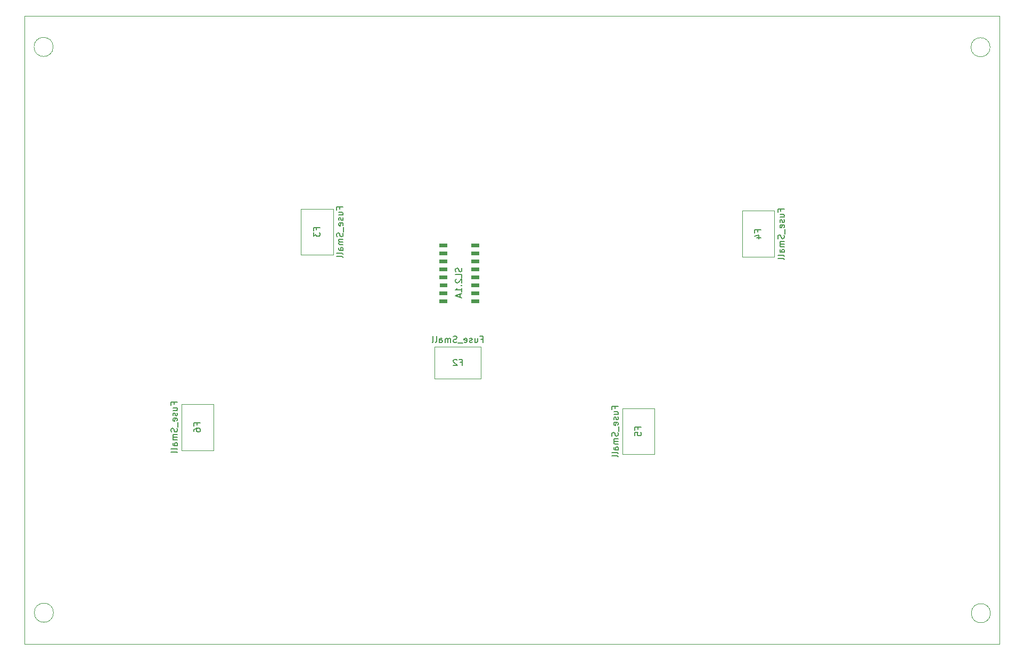
<source format=gbr>
%TF.GenerationSoftware,KiCad,Pcbnew,6.0.2+dfsg-1*%
%TF.CreationDate,2023-03-05T21:27:34-05:00*%
%TF.ProjectId,BFUSB_HUB,42465553-425f-4485-9542-2e6b69636164,rev?*%
%TF.SameCoordinates,Original*%
%TF.FileFunction,AssemblyDrawing,Bot*%
%FSLAX46Y46*%
G04 Gerber Fmt 4.6, Leading zero omitted, Abs format (unit mm)*
G04 Created by KiCad (PCBNEW 6.0.2+dfsg-1) date 2023-03-05 21:27:34*
%MOMM*%
%LPD*%
G01*
G04 APERTURE LIST*
%TA.AperFunction,Profile*%
%ADD10C,0.100000*%
%TD*%
%ADD11C,0.150000*%
%ADD12C,0.100000*%
%ADD13C,0.010000*%
G04 APERTURE END LIST*
D10*
X75676843Y-108350000D02*
G75*
G03*
X75676843Y-108350000I-1526843J0D01*
G01*
X224648975Y-108425000D02*
G75*
G03*
X224648975Y-108425000I-1523975J0D01*
G01*
X224595691Y-18325000D02*
G75*
G03*
X224595691Y-18325000I-1520691J0D01*
G01*
X75620691Y-18275000D02*
G75*
G03*
X75620691Y-18275000I-1520691J0D01*
G01*
X71100000Y-13325000D02*
X226100000Y-13325000D01*
X226100000Y-13325000D02*
X226100000Y-113325000D01*
X226100000Y-113325000D02*
X71100000Y-113325000D01*
X71100000Y-113325000D02*
X71100000Y-13325000D01*
D11*
%TO.C,F4*%
X191333571Y-44407142D02*
X191333571Y-44073809D01*
X191857380Y-44073809D02*
X190857380Y-44073809D01*
X190857380Y-44550000D01*
X191190714Y-45359523D02*
X191857380Y-45359523D01*
X191190714Y-44930952D02*
X191714523Y-44930952D01*
X191809761Y-44978571D01*
X191857380Y-45073809D01*
X191857380Y-45216666D01*
X191809761Y-45311904D01*
X191762142Y-45359523D01*
X191809761Y-45788095D02*
X191857380Y-45883333D01*
X191857380Y-46073809D01*
X191809761Y-46169047D01*
X191714523Y-46216666D01*
X191666904Y-46216666D01*
X191571666Y-46169047D01*
X191524047Y-46073809D01*
X191524047Y-45930952D01*
X191476428Y-45835714D01*
X191381190Y-45788095D01*
X191333571Y-45788095D01*
X191238333Y-45835714D01*
X191190714Y-45930952D01*
X191190714Y-46073809D01*
X191238333Y-46169047D01*
X191809761Y-47026190D02*
X191857380Y-46930952D01*
X191857380Y-46740476D01*
X191809761Y-46645238D01*
X191714523Y-46597619D01*
X191333571Y-46597619D01*
X191238333Y-46645238D01*
X191190714Y-46740476D01*
X191190714Y-46930952D01*
X191238333Y-47026190D01*
X191333571Y-47073809D01*
X191428809Y-47073809D01*
X191524047Y-46597619D01*
X191952619Y-47264285D02*
X191952619Y-48026190D01*
X191809761Y-48216666D02*
X191857380Y-48359523D01*
X191857380Y-48597619D01*
X191809761Y-48692857D01*
X191762142Y-48740476D01*
X191666904Y-48788095D01*
X191571666Y-48788095D01*
X191476428Y-48740476D01*
X191428809Y-48692857D01*
X191381190Y-48597619D01*
X191333571Y-48407142D01*
X191285952Y-48311904D01*
X191238333Y-48264285D01*
X191143095Y-48216666D01*
X191047857Y-48216666D01*
X190952619Y-48264285D01*
X190905000Y-48311904D01*
X190857380Y-48407142D01*
X190857380Y-48645238D01*
X190905000Y-48788095D01*
X191857380Y-49216666D02*
X191190714Y-49216666D01*
X191285952Y-49216666D02*
X191238333Y-49264285D01*
X191190714Y-49359523D01*
X191190714Y-49502380D01*
X191238333Y-49597619D01*
X191333571Y-49645238D01*
X191857380Y-49645238D01*
X191333571Y-49645238D02*
X191238333Y-49692857D01*
X191190714Y-49788095D01*
X191190714Y-49930952D01*
X191238333Y-50026190D01*
X191333571Y-50073809D01*
X191857380Y-50073809D01*
X191857380Y-50978571D02*
X191333571Y-50978571D01*
X191238333Y-50930952D01*
X191190714Y-50835714D01*
X191190714Y-50645238D01*
X191238333Y-50550000D01*
X191809761Y-50978571D02*
X191857380Y-50883333D01*
X191857380Y-50645238D01*
X191809761Y-50550000D01*
X191714523Y-50502380D01*
X191619285Y-50502380D01*
X191524047Y-50550000D01*
X191476428Y-50645238D01*
X191476428Y-50883333D01*
X191428809Y-50978571D01*
X191857380Y-51597619D02*
X191809761Y-51502380D01*
X191714523Y-51454761D01*
X190857380Y-51454761D01*
X191857380Y-52121428D02*
X191809761Y-52026190D01*
X191714523Y-51978571D01*
X190857380Y-51978571D01*
X187653571Y-47716666D02*
X187653571Y-47383333D01*
X188177380Y-47383333D02*
X187177380Y-47383333D01*
X187177380Y-47859523D01*
X187510714Y-48669047D02*
X188177380Y-48669047D01*
X187129761Y-48430952D02*
X187844047Y-48192857D01*
X187844047Y-48811904D01*
%TO.C,F2*%
X143617857Y-64798571D02*
X143951190Y-64798571D01*
X143951190Y-65322380D02*
X143951190Y-64322380D01*
X143475000Y-64322380D01*
X142665476Y-64655714D02*
X142665476Y-65322380D01*
X143094047Y-64655714D02*
X143094047Y-65179523D01*
X143046428Y-65274761D01*
X142951190Y-65322380D01*
X142808333Y-65322380D01*
X142713095Y-65274761D01*
X142665476Y-65227142D01*
X142236904Y-65274761D02*
X142141666Y-65322380D01*
X141951190Y-65322380D01*
X141855952Y-65274761D01*
X141808333Y-65179523D01*
X141808333Y-65131904D01*
X141855952Y-65036666D01*
X141951190Y-64989047D01*
X142094047Y-64989047D01*
X142189285Y-64941428D01*
X142236904Y-64846190D01*
X142236904Y-64798571D01*
X142189285Y-64703333D01*
X142094047Y-64655714D01*
X141951190Y-64655714D01*
X141855952Y-64703333D01*
X140998809Y-65274761D02*
X141094047Y-65322380D01*
X141284523Y-65322380D01*
X141379761Y-65274761D01*
X141427380Y-65179523D01*
X141427380Y-64798571D01*
X141379761Y-64703333D01*
X141284523Y-64655714D01*
X141094047Y-64655714D01*
X140998809Y-64703333D01*
X140951190Y-64798571D01*
X140951190Y-64893809D01*
X141427380Y-64989047D01*
X140760714Y-65417619D02*
X139998809Y-65417619D01*
X139808333Y-65274761D02*
X139665476Y-65322380D01*
X139427380Y-65322380D01*
X139332142Y-65274761D01*
X139284523Y-65227142D01*
X139236904Y-65131904D01*
X139236904Y-65036666D01*
X139284523Y-64941428D01*
X139332142Y-64893809D01*
X139427380Y-64846190D01*
X139617857Y-64798571D01*
X139713095Y-64750952D01*
X139760714Y-64703333D01*
X139808333Y-64608095D01*
X139808333Y-64512857D01*
X139760714Y-64417619D01*
X139713095Y-64370000D01*
X139617857Y-64322380D01*
X139379761Y-64322380D01*
X139236904Y-64370000D01*
X138808333Y-65322380D02*
X138808333Y-64655714D01*
X138808333Y-64750952D02*
X138760714Y-64703333D01*
X138665476Y-64655714D01*
X138522619Y-64655714D01*
X138427380Y-64703333D01*
X138379761Y-64798571D01*
X138379761Y-65322380D01*
X138379761Y-64798571D02*
X138332142Y-64703333D01*
X138236904Y-64655714D01*
X138094047Y-64655714D01*
X137998809Y-64703333D01*
X137951190Y-64798571D01*
X137951190Y-65322380D01*
X137046428Y-65322380D02*
X137046428Y-64798571D01*
X137094047Y-64703333D01*
X137189285Y-64655714D01*
X137379761Y-64655714D01*
X137475000Y-64703333D01*
X137046428Y-65274761D02*
X137141666Y-65322380D01*
X137379761Y-65322380D01*
X137475000Y-65274761D01*
X137522619Y-65179523D01*
X137522619Y-65084285D01*
X137475000Y-64989047D01*
X137379761Y-64941428D01*
X137141666Y-64941428D01*
X137046428Y-64893809D01*
X136427380Y-65322380D02*
X136522619Y-65274761D01*
X136570238Y-65179523D01*
X136570238Y-64322380D01*
X135903571Y-65322380D02*
X135998809Y-65274761D01*
X136046428Y-65179523D01*
X136046428Y-64322380D01*
X140308333Y-68478571D02*
X140641666Y-68478571D01*
X140641666Y-69002380D02*
X140641666Y-68002380D01*
X140165476Y-68002380D01*
X139832142Y-68097619D02*
X139784523Y-68050000D01*
X139689285Y-68002380D01*
X139451190Y-68002380D01*
X139355952Y-68050000D01*
X139308333Y-68097619D01*
X139260714Y-68192857D01*
X139260714Y-68288095D01*
X139308333Y-68430952D01*
X139879761Y-69002380D01*
X139260714Y-69002380D01*
%TO.C,F3*%
X121183571Y-44082142D02*
X121183571Y-43748809D01*
X121707380Y-43748809D02*
X120707380Y-43748809D01*
X120707380Y-44225000D01*
X121040714Y-45034523D02*
X121707380Y-45034523D01*
X121040714Y-44605952D02*
X121564523Y-44605952D01*
X121659761Y-44653571D01*
X121707380Y-44748809D01*
X121707380Y-44891666D01*
X121659761Y-44986904D01*
X121612142Y-45034523D01*
X121659761Y-45463095D02*
X121707380Y-45558333D01*
X121707380Y-45748809D01*
X121659761Y-45844047D01*
X121564523Y-45891666D01*
X121516904Y-45891666D01*
X121421666Y-45844047D01*
X121374047Y-45748809D01*
X121374047Y-45605952D01*
X121326428Y-45510714D01*
X121231190Y-45463095D01*
X121183571Y-45463095D01*
X121088333Y-45510714D01*
X121040714Y-45605952D01*
X121040714Y-45748809D01*
X121088333Y-45844047D01*
X121659761Y-46701190D02*
X121707380Y-46605952D01*
X121707380Y-46415476D01*
X121659761Y-46320238D01*
X121564523Y-46272619D01*
X121183571Y-46272619D01*
X121088333Y-46320238D01*
X121040714Y-46415476D01*
X121040714Y-46605952D01*
X121088333Y-46701190D01*
X121183571Y-46748809D01*
X121278809Y-46748809D01*
X121374047Y-46272619D01*
X121802619Y-46939285D02*
X121802619Y-47701190D01*
X121659761Y-47891666D02*
X121707380Y-48034523D01*
X121707380Y-48272619D01*
X121659761Y-48367857D01*
X121612142Y-48415476D01*
X121516904Y-48463095D01*
X121421666Y-48463095D01*
X121326428Y-48415476D01*
X121278809Y-48367857D01*
X121231190Y-48272619D01*
X121183571Y-48082142D01*
X121135952Y-47986904D01*
X121088333Y-47939285D01*
X120993095Y-47891666D01*
X120897857Y-47891666D01*
X120802619Y-47939285D01*
X120755000Y-47986904D01*
X120707380Y-48082142D01*
X120707380Y-48320238D01*
X120755000Y-48463095D01*
X121707380Y-48891666D02*
X121040714Y-48891666D01*
X121135952Y-48891666D02*
X121088333Y-48939285D01*
X121040714Y-49034523D01*
X121040714Y-49177380D01*
X121088333Y-49272619D01*
X121183571Y-49320238D01*
X121707380Y-49320238D01*
X121183571Y-49320238D02*
X121088333Y-49367857D01*
X121040714Y-49463095D01*
X121040714Y-49605952D01*
X121088333Y-49701190D01*
X121183571Y-49748809D01*
X121707380Y-49748809D01*
X121707380Y-50653571D02*
X121183571Y-50653571D01*
X121088333Y-50605952D01*
X121040714Y-50510714D01*
X121040714Y-50320238D01*
X121088333Y-50225000D01*
X121659761Y-50653571D02*
X121707380Y-50558333D01*
X121707380Y-50320238D01*
X121659761Y-50225000D01*
X121564523Y-50177380D01*
X121469285Y-50177380D01*
X121374047Y-50225000D01*
X121326428Y-50320238D01*
X121326428Y-50558333D01*
X121278809Y-50653571D01*
X121707380Y-51272619D02*
X121659761Y-51177380D01*
X121564523Y-51129761D01*
X120707380Y-51129761D01*
X121707380Y-51796428D02*
X121659761Y-51701190D01*
X121564523Y-51653571D01*
X120707380Y-51653571D01*
X117503571Y-47391666D02*
X117503571Y-47058333D01*
X118027380Y-47058333D02*
X117027380Y-47058333D01*
X117027380Y-47534523D01*
X117027380Y-47820238D02*
X117027380Y-48439285D01*
X117408333Y-48105952D01*
X117408333Y-48248809D01*
X117455952Y-48344047D01*
X117503571Y-48391666D01*
X117598809Y-48439285D01*
X117836904Y-48439285D01*
X117932142Y-48391666D01*
X117979761Y-48344047D01*
X118027380Y-48248809D01*
X118027380Y-47963095D01*
X117979761Y-47867857D01*
X117932142Y-47820238D01*
%TO.C,F6*%
X94823571Y-75182142D02*
X94823571Y-74848809D01*
X95347380Y-74848809D02*
X94347380Y-74848809D01*
X94347380Y-75325000D01*
X94680714Y-76134523D02*
X95347380Y-76134523D01*
X94680714Y-75705952D02*
X95204523Y-75705952D01*
X95299761Y-75753571D01*
X95347380Y-75848809D01*
X95347380Y-75991666D01*
X95299761Y-76086904D01*
X95252142Y-76134523D01*
X95299761Y-76563095D02*
X95347380Y-76658333D01*
X95347380Y-76848809D01*
X95299761Y-76944047D01*
X95204523Y-76991666D01*
X95156904Y-76991666D01*
X95061666Y-76944047D01*
X95014047Y-76848809D01*
X95014047Y-76705952D01*
X94966428Y-76610714D01*
X94871190Y-76563095D01*
X94823571Y-76563095D01*
X94728333Y-76610714D01*
X94680714Y-76705952D01*
X94680714Y-76848809D01*
X94728333Y-76944047D01*
X95299761Y-77801190D02*
X95347380Y-77705952D01*
X95347380Y-77515476D01*
X95299761Y-77420238D01*
X95204523Y-77372619D01*
X94823571Y-77372619D01*
X94728333Y-77420238D01*
X94680714Y-77515476D01*
X94680714Y-77705952D01*
X94728333Y-77801190D01*
X94823571Y-77848809D01*
X94918809Y-77848809D01*
X95014047Y-77372619D01*
X95442619Y-78039285D02*
X95442619Y-78801190D01*
X95299761Y-78991666D02*
X95347380Y-79134523D01*
X95347380Y-79372619D01*
X95299761Y-79467857D01*
X95252142Y-79515476D01*
X95156904Y-79563095D01*
X95061666Y-79563095D01*
X94966428Y-79515476D01*
X94918809Y-79467857D01*
X94871190Y-79372619D01*
X94823571Y-79182142D01*
X94775952Y-79086904D01*
X94728333Y-79039285D01*
X94633095Y-78991666D01*
X94537857Y-78991666D01*
X94442619Y-79039285D01*
X94395000Y-79086904D01*
X94347380Y-79182142D01*
X94347380Y-79420238D01*
X94395000Y-79563095D01*
X95347380Y-79991666D02*
X94680714Y-79991666D01*
X94775952Y-79991666D02*
X94728333Y-80039285D01*
X94680714Y-80134523D01*
X94680714Y-80277380D01*
X94728333Y-80372619D01*
X94823571Y-80420238D01*
X95347380Y-80420238D01*
X94823571Y-80420238D02*
X94728333Y-80467857D01*
X94680714Y-80563095D01*
X94680714Y-80705952D01*
X94728333Y-80801190D01*
X94823571Y-80848809D01*
X95347380Y-80848809D01*
X95347380Y-81753571D02*
X94823571Y-81753571D01*
X94728333Y-81705952D01*
X94680714Y-81610714D01*
X94680714Y-81420238D01*
X94728333Y-81325000D01*
X95299761Y-81753571D02*
X95347380Y-81658333D01*
X95347380Y-81420238D01*
X95299761Y-81325000D01*
X95204523Y-81277380D01*
X95109285Y-81277380D01*
X95014047Y-81325000D01*
X94966428Y-81420238D01*
X94966428Y-81658333D01*
X94918809Y-81753571D01*
X95347380Y-82372619D02*
X95299761Y-82277380D01*
X95204523Y-82229761D01*
X94347380Y-82229761D01*
X95347380Y-82896428D02*
X95299761Y-82801190D01*
X95204523Y-82753571D01*
X94347380Y-82753571D01*
X98503571Y-78491666D02*
X98503571Y-78158333D01*
X99027380Y-78158333D02*
X98027380Y-78158333D01*
X98027380Y-78634523D01*
X98027380Y-79444047D02*
X98027380Y-79253571D01*
X98075000Y-79158333D01*
X98122619Y-79110714D01*
X98265476Y-79015476D01*
X98455952Y-78967857D01*
X98836904Y-78967857D01*
X98932142Y-79015476D01*
X98979761Y-79063095D01*
X99027380Y-79158333D01*
X99027380Y-79348809D01*
X98979761Y-79444047D01*
X98932142Y-79491666D01*
X98836904Y-79539285D01*
X98598809Y-79539285D01*
X98503571Y-79491666D01*
X98455952Y-79444047D01*
X98408333Y-79348809D01*
X98408333Y-79158333D01*
X98455952Y-79063095D01*
X98503571Y-79015476D01*
X98598809Y-78967857D01*
%TO.C,F5*%
X164923571Y-75832142D02*
X164923571Y-75498809D01*
X165447380Y-75498809D02*
X164447380Y-75498809D01*
X164447380Y-75975000D01*
X164780714Y-76784523D02*
X165447380Y-76784523D01*
X164780714Y-76355952D02*
X165304523Y-76355952D01*
X165399761Y-76403571D01*
X165447380Y-76498809D01*
X165447380Y-76641666D01*
X165399761Y-76736904D01*
X165352142Y-76784523D01*
X165399761Y-77213095D02*
X165447380Y-77308333D01*
X165447380Y-77498809D01*
X165399761Y-77594047D01*
X165304523Y-77641666D01*
X165256904Y-77641666D01*
X165161666Y-77594047D01*
X165114047Y-77498809D01*
X165114047Y-77355952D01*
X165066428Y-77260714D01*
X164971190Y-77213095D01*
X164923571Y-77213095D01*
X164828333Y-77260714D01*
X164780714Y-77355952D01*
X164780714Y-77498809D01*
X164828333Y-77594047D01*
X165399761Y-78451190D02*
X165447380Y-78355952D01*
X165447380Y-78165476D01*
X165399761Y-78070238D01*
X165304523Y-78022619D01*
X164923571Y-78022619D01*
X164828333Y-78070238D01*
X164780714Y-78165476D01*
X164780714Y-78355952D01*
X164828333Y-78451190D01*
X164923571Y-78498809D01*
X165018809Y-78498809D01*
X165114047Y-78022619D01*
X165542619Y-78689285D02*
X165542619Y-79451190D01*
X165399761Y-79641666D02*
X165447380Y-79784523D01*
X165447380Y-80022619D01*
X165399761Y-80117857D01*
X165352142Y-80165476D01*
X165256904Y-80213095D01*
X165161666Y-80213095D01*
X165066428Y-80165476D01*
X165018809Y-80117857D01*
X164971190Y-80022619D01*
X164923571Y-79832142D01*
X164875952Y-79736904D01*
X164828333Y-79689285D01*
X164733095Y-79641666D01*
X164637857Y-79641666D01*
X164542619Y-79689285D01*
X164495000Y-79736904D01*
X164447380Y-79832142D01*
X164447380Y-80070238D01*
X164495000Y-80213095D01*
X165447380Y-80641666D02*
X164780714Y-80641666D01*
X164875952Y-80641666D02*
X164828333Y-80689285D01*
X164780714Y-80784523D01*
X164780714Y-80927380D01*
X164828333Y-81022619D01*
X164923571Y-81070238D01*
X165447380Y-81070238D01*
X164923571Y-81070238D02*
X164828333Y-81117857D01*
X164780714Y-81213095D01*
X164780714Y-81355952D01*
X164828333Y-81451190D01*
X164923571Y-81498809D01*
X165447380Y-81498809D01*
X165447380Y-82403571D02*
X164923571Y-82403571D01*
X164828333Y-82355952D01*
X164780714Y-82260714D01*
X164780714Y-82070238D01*
X164828333Y-81975000D01*
X165399761Y-82403571D02*
X165447380Y-82308333D01*
X165447380Y-82070238D01*
X165399761Y-81975000D01*
X165304523Y-81927380D01*
X165209285Y-81927380D01*
X165114047Y-81975000D01*
X165066428Y-82070238D01*
X165066428Y-82308333D01*
X165018809Y-82403571D01*
X165447380Y-83022619D02*
X165399761Y-82927380D01*
X165304523Y-82879761D01*
X164447380Y-82879761D01*
X165447380Y-83546428D02*
X165399761Y-83451190D01*
X165304523Y-83403571D01*
X164447380Y-83403571D01*
X168603571Y-79141666D02*
X168603571Y-78808333D01*
X169127380Y-78808333D02*
X168127380Y-78808333D01*
X168127380Y-79284523D01*
X168127380Y-80141666D02*
X168127380Y-79665476D01*
X168603571Y-79617857D01*
X168555952Y-79665476D01*
X168508333Y-79760714D01*
X168508333Y-79998809D01*
X168555952Y-80094047D01*
X168603571Y-80141666D01*
X168698809Y-80189285D01*
X168936904Y-80189285D01*
X169032142Y-80141666D01*
X169079761Y-80094047D01*
X169127380Y-79998809D01*
X169127380Y-79760714D01*
X169079761Y-79665476D01*
X169032142Y-79617857D01*
%TO.C,U1*%
X140554761Y-53489476D02*
X140602380Y-53632333D01*
X140602380Y-53870428D01*
X140554761Y-53965666D01*
X140507142Y-54013285D01*
X140411904Y-54060904D01*
X140316666Y-54060904D01*
X140221428Y-54013285D01*
X140173809Y-53965666D01*
X140126190Y-53870428D01*
X140078571Y-53679952D01*
X140030952Y-53584714D01*
X139983333Y-53537095D01*
X139888095Y-53489476D01*
X139792857Y-53489476D01*
X139697619Y-53537095D01*
X139650000Y-53584714D01*
X139602380Y-53679952D01*
X139602380Y-53918047D01*
X139650000Y-54060904D01*
X140602380Y-54965666D02*
X140602380Y-54489476D01*
X139602380Y-54489476D01*
X139697619Y-55251380D02*
X139650000Y-55299000D01*
X139602380Y-55394238D01*
X139602380Y-55632333D01*
X139650000Y-55727571D01*
X139697619Y-55775190D01*
X139792857Y-55822809D01*
X139888095Y-55822809D01*
X140030952Y-55775190D01*
X140602380Y-55203761D01*
X140602380Y-55822809D01*
X140507142Y-56251380D02*
X140554761Y-56299000D01*
X140602380Y-56251380D01*
X140554761Y-56203761D01*
X140507142Y-56251380D01*
X140602380Y-56251380D01*
X140602380Y-57251380D02*
X140602380Y-56679952D01*
X140602380Y-56965666D02*
X139602380Y-56965666D01*
X139745238Y-56870428D01*
X139840476Y-56775190D01*
X139888095Y-56679952D01*
X140316666Y-57632333D02*
X140316666Y-58108523D01*
X140602380Y-57537095D02*
X139602380Y-57870428D01*
X140602380Y-58203761D01*
D12*
%TO.C,F4*%
X185165000Y-44372500D02*
X185165000Y-51727500D01*
X185165000Y-51727500D02*
X190285000Y-51727500D01*
X190285000Y-44372500D02*
X185165000Y-44372500D01*
X190285000Y-51727500D02*
X190285000Y-44372500D01*
%TO.C,F2*%
X143652500Y-71110000D02*
X143652500Y-65990000D01*
X136297500Y-71110000D02*
X143652500Y-71110000D01*
X136297500Y-65990000D02*
X136297500Y-71110000D01*
X143652500Y-65990000D02*
X136297500Y-65990000D01*
%TO.C,F3*%
X115015000Y-44047500D02*
X115015000Y-51402500D01*
X120135000Y-44047500D02*
X115015000Y-44047500D01*
X120135000Y-51402500D02*
X120135000Y-44047500D01*
X115015000Y-51402500D02*
X120135000Y-51402500D01*
%TO.C,F6*%
X96015000Y-75147500D02*
X96015000Y-82502500D01*
X101135000Y-82502500D02*
X101135000Y-75147500D01*
X101135000Y-75147500D02*
X96015000Y-75147500D01*
X96015000Y-82502500D02*
X101135000Y-82502500D01*
%TO.C,F5*%
X171235000Y-75797500D02*
X166115000Y-75797500D01*
X171235000Y-83152500D02*
X171235000Y-75797500D01*
X166115000Y-83152500D02*
X171235000Y-83152500D01*
X166115000Y-75797500D02*
X166115000Y-83152500D01*
D13*
%TO.C,U1*%
X138194200Y-55164000D02*
X138194200Y-54656000D01*
X138194200Y-54656000D02*
X137051200Y-54656000D01*
X137051200Y-54656000D02*
X137051200Y-55164000D01*
X137051200Y-55164000D02*
X138194200Y-55164000D01*
G36*
X138194200Y-55164000D02*
G01*
X137051200Y-55164000D01*
X137051200Y-54656000D01*
X138194200Y-54656000D01*
X138194200Y-55164000D01*
G37*
X138194200Y-55164000D02*
X137051200Y-55164000D01*
X137051200Y-54656000D01*
X138194200Y-54656000D01*
X138194200Y-55164000D01*
X143248800Y-52624000D02*
X143248800Y-52116000D01*
X143248800Y-52116000D02*
X142105800Y-52116000D01*
X142105800Y-52116000D02*
X142105800Y-52624000D01*
X142105800Y-52624000D02*
X143248800Y-52624000D01*
G36*
X143248800Y-52624000D02*
G01*
X142105800Y-52624000D01*
X142105800Y-52116000D01*
X143248800Y-52116000D01*
X143248800Y-52624000D01*
G37*
X143248800Y-52624000D02*
X142105800Y-52624000D01*
X142105800Y-52116000D01*
X143248800Y-52116000D01*
X143248800Y-52624000D01*
X143248800Y-57704000D02*
X143248800Y-57196000D01*
X143248800Y-57196000D02*
X142105800Y-57196000D01*
X142105800Y-57196000D02*
X142105800Y-57704000D01*
X142105800Y-57704000D02*
X143248800Y-57704000D01*
G36*
X143248800Y-57704000D02*
G01*
X142105800Y-57704000D01*
X142105800Y-57196000D01*
X143248800Y-57196000D01*
X143248800Y-57704000D01*
G37*
X143248800Y-57704000D02*
X142105800Y-57704000D01*
X142105800Y-57196000D01*
X143248800Y-57196000D01*
X143248800Y-57704000D01*
X143248800Y-53894000D02*
X143248800Y-53386000D01*
X143248800Y-53386000D02*
X142105800Y-53386000D01*
X142105800Y-53386000D02*
X142105800Y-53894000D01*
X142105800Y-53894000D02*
X143248800Y-53894000D01*
G36*
X143248800Y-53894000D02*
G01*
X142105800Y-53894000D01*
X142105800Y-53386000D01*
X143248800Y-53386000D01*
X143248800Y-53894000D01*
G37*
X143248800Y-53894000D02*
X142105800Y-53894000D01*
X142105800Y-53386000D01*
X143248800Y-53386000D01*
X143248800Y-53894000D01*
X138194200Y-52624000D02*
X138194200Y-52116000D01*
X138194200Y-52116000D02*
X137051200Y-52116000D01*
X137051200Y-52116000D02*
X137051200Y-52624000D01*
X137051200Y-52624000D02*
X138194200Y-52624000D01*
G36*
X138194200Y-52624000D02*
G01*
X137051200Y-52624000D01*
X137051200Y-52116000D01*
X138194200Y-52116000D01*
X138194200Y-52624000D01*
G37*
X138194200Y-52624000D02*
X137051200Y-52624000D01*
X137051200Y-52116000D01*
X138194200Y-52116000D01*
X138194200Y-52624000D01*
X138219600Y-56434000D02*
X138219600Y-55926000D01*
X138219600Y-55926000D02*
X137076600Y-55926000D01*
X137076600Y-55926000D02*
X137076600Y-56434000D01*
X137076600Y-56434000D02*
X138219600Y-56434000D01*
G36*
X138219600Y-56434000D02*
G01*
X137076600Y-56434000D01*
X137076600Y-55926000D01*
X138219600Y-55926000D01*
X138219600Y-56434000D01*
G37*
X138219600Y-56434000D02*
X137076600Y-56434000D01*
X137076600Y-55926000D01*
X138219600Y-55926000D01*
X138219600Y-56434000D01*
X143248800Y-58974000D02*
X143248800Y-58466000D01*
X143248800Y-58466000D02*
X142105800Y-58466000D01*
X142105800Y-58466000D02*
X142105800Y-58974000D01*
X142105800Y-58974000D02*
X143248800Y-58974000D01*
G36*
X143248800Y-58974000D02*
G01*
X142105800Y-58974000D01*
X142105800Y-58466000D01*
X143248800Y-58466000D01*
X143248800Y-58974000D01*
G37*
X143248800Y-58974000D02*
X142105800Y-58974000D01*
X142105800Y-58466000D01*
X143248800Y-58466000D01*
X143248800Y-58974000D01*
X138194200Y-57704000D02*
X138194200Y-57196000D01*
X138194200Y-57196000D02*
X137051200Y-57196000D01*
X137051200Y-57196000D02*
X137051200Y-57704000D01*
X137051200Y-57704000D02*
X138194200Y-57704000D01*
G36*
X138194200Y-57704000D02*
G01*
X137051200Y-57704000D01*
X137051200Y-57196000D01*
X138194200Y-57196000D01*
X138194200Y-57704000D01*
G37*
X138194200Y-57704000D02*
X137051200Y-57704000D01*
X137051200Y-57196000D01*
X138194200Y-57196000D01*
X138194200Y-57704000D01*
X143248800Y-50084000D02*
X143248800Y-49576000D01*
X143248800Y-49576000D02*
X142105800Y-49576000D01*
X142105800Y-49576000D02*
X142105800Y-50084000D01*
X142105800Y-50084000D02*
X143248800Y-50084000D01*
G36*
X143248800Y-50084000D02*
G01*
X142105800Y-50084000D01*
X142105800Y-49576000D01*
X143248800Y-49576000D01*
X143248800Y-50084000D01*
G37*
X143248800Y-50084000D02*
X142105800Y-50084000D01*
X142105800Y-49576000D01*
X143248800Y-49576000D01*
X143248800Y-50084000D01*
X138194200Y-50084000D02*
X138194200Y-49576000D01*
X138194200Y-49576000D02*
X137051200Y-49576000D01*
X137051200Y-49576000D02*
X137051200Y-50084000D01*
X137051200Y-50084000D02*
X138194200Y-50084000D01*
G36*
X138194200Y-50084000D02*
G01*
X137051200Y-50084000D01*
X137051200Y-49576000D01*
X138194200Y-49576000D01*
X138194200Y-50084000D01*
G37*
X138194200Y-50084000D02*
X137051200Y-50084000D01*
X137051200Y-49576000D01*
X138194200Y-49576000D01*
X138194200Y-50084000D01*
X143248800Y-51354000D02*
X143248800Y-50846000D01*
X143248800Y-50846000D02*
X142105800Y-50846000D01*
X142105800Y-50846000D02*
X142105800Y-51354000D01*
X142105800Y-51354000D02*
X143248800Y-51354000D01*
G36*
X143248800Y-51354000D02*
G01*
X142105800Y-51354000D01*
X142105800Y-50846000D01*
X143248800Y-50846000D01*
X143248800Y-51354000D01*
G37*
X143248800Y-51354000D02*
X142105800Y-51354000D01*
X142105800Y-50846000D01*
X143248800Y-50846000D01*
X143248800Y-51354000D01*
X143248800Y-56434000D02*
X143248800Y-55926000D01*
X143248800Y-55926000D02*
X142105800Y-55926000D01*
X142105800Y-55926000D02*
X142105800Y-56434000D01*
X142105800Y-56434000D02*
X143248800Y-56434000D01*
G36*
X143248800Y-56434000D02*
G01*
X142105800Y-56434000D01*
X142105800Y-55926000D01*
X143248800Y-55926000D01*
X143248800Y-56434000D01*
G37*
X143248800Y-56434000D02*
X142105800Y-56434000D01*
X142105800Y-55926000D01*
X143248800Y-55926000D01*
X143248800Y-56434000D01*
X138194200Y-51354000D02*
X138194200Y-50846000D01*
X138194200Y-50846000D02*
X137051200Y-50846000D01*
X137051200Y-50846000D02*
X137051200Y-51354000D01*
X137051200Y-51354000D02*
X138194200Y-51354000D01*
G36*
X138194200Y-51354000D02*
G01*
X137051200Y-51354000D01*
X137051200Y-50846000D01*
X138194200Y-50846000D01*
X138194200Y-51354000D01*
G37*
X138194200Y-51354000D02*
X137051200Y-51354000D01*
X137051200Y-50846000D01*
X138194200Y-50846000D01*
X138194200Y-51354000D01*
X138194200Y-58974000D02*
X138194200Y-58466000D01*
X138194200Y-58466000D02*
X137051200Y-58466000D01*
X137051200Y-58466000D02*
X137051200Y-58974000D01*
X137051200Y-58974000D02*
X138194200Y-58974000D01*
G36*
X138194200Y-58974000D02*
G01*
X137051200Y-58974000D01*
X137051200Y-58466000D01*
X138194200Y-58466000D01*
X138194200Y-58974000D01*
G37*
X138194200Y-58974000D02*
X137051200Y-58974000D01*
X137051200Y-58466000D01*
X138194200Y-58466000D01*
X138194200Y-58974000D01*
X138194200Y-53894000D02*
X138194200Y-53386000D01*
X138194200Y-53386000D02*
X137051200Y-53386000D01*
X137051200Y-53386000D02*
X137051200Y-53894000D01*
X137051200Y-53894000D02*
X138194200Y-53894000D01*
G36*
X138194200Y-53894000D02*
G01*
X137051200Y-53894000D01*
X137051200Y-53386000D01*
X138194200Y-53386000D01*
X138194200Y-53894000D01*
G37*
X138194200Y-53894000D02*
X137051200Y-53894000D01*
X137051200Y-53386000D01*
X138194200Y-53386000D01*
X138194200Y-53894000D01*
X143248800Y-55164000D02*
X143248800Y-54656000D01*
X143248800Y-54656000D02*
X142105800Y-54656000D01*
X142105800Y-54656000D02*
X142105800Y-55164000D01*
X142105800Y-55164000D02*
X143248800Y-55164000D01*
G36*
X143248800Y-55164000D02*
G01*
X142105800Y-55164000D01*
X142105800Y-54656000D01*
X143248800Y-54656000D01*
X143248800Y-55164000D01*
G37*
X143248800Y-55164000D02*
X142105800Y-55164000D01*
X142105800Y-54656000D01*
X143248800Y-54656000D01*
X143248800Y-55164000D01*
%TD*%
M02*

</source>
